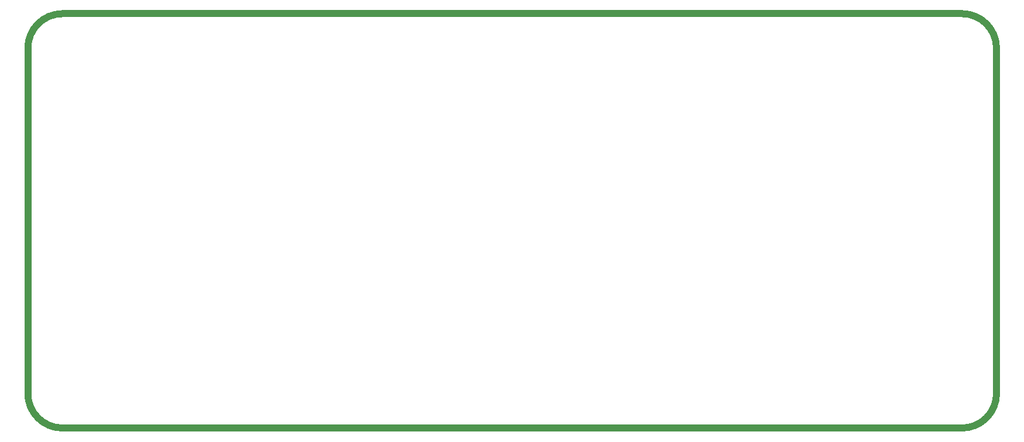
<source format=gm1>
G04*
G04 #@! TF.GenerationSoftware,Altium Limited,Altium Designer,22.7.1 (60)*
G04*
G04 Layer_Color=16711935*
%FSLAX44Y44*%
%MOMM*%
G71*
G04*
G04 #@! TF.SameCoordinates,F110A0D0-B471-48EF-BBF6-E10C2EB46B9C*
G04*
G04*
G04 #@! TF.FilePolarity,Positive*
G04*
G01*
G75*
%ADD17C,1.0000*%
D17*
X50000Y600000D02*
G03*
X0Y550000I0J-50000D01*
G01*
X0Y50000D02*
G03*
X50000Y0I50000J0D01*
G01*
X1350000Y0D02*
G03*
X1400000Y50000I-0J50000D01*
G01*
X1400000Y550000D02*
G03*
X1350000Y600000I-50000J-0D01*
G01*
X50000Y0D02*
X1350000D01*
X1400000Y50000D02*
Y550000D01*
X0Y50000D02*
Y550000D01*
X50000Y600000D02*
X1350000D01*
M02*

</source>
